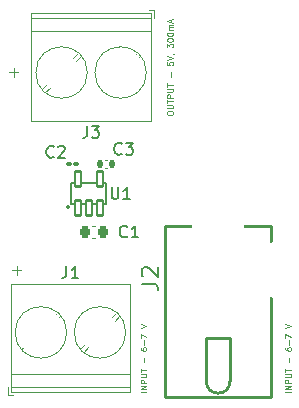
<source format=gto>
%TF.GenerationSoftware,KiCad,Pcbnew,8.0.4*%
%TF.CreationDate,2024-11-20T20:43:31-05:00*%
%TF.ProjectId,voltage_regulator_5V_ap2210,766f6c74-6167-4655-9f72-6567756c6174,rev?*%
%TF.SameCoordinates,Original*%
%TF.FileFunction,Legend,Top*%
%TF.FilePolarity,Positive*%
%FSLAX46Y46*%
G04 Gerber Fmt 4.6, Leading zero omitted, Abs format (unit mm)*
G04 Created by KiCad (PCBNEW 8.0.4) date 2024-11-20 20:43:31*
%MOMM*%
%LPD*%
G01*
G04 APERTURE LIST*
G04 Aperture macros list*
%AMRoundRect*
0 Rectangle with rounded corners*
0 $1 Rounding radius*
0 $2 $3 $4 $5 $6 $7 $8 $9 X,Y pos of 4 corners*
0 Add a 4 corners polygon primitive as box body*
4,1,4,$2,$3,$4,$5,$6,$7,$8,$9,$2,$3,0*
0 Add four circle primitives for the rounded corners*
1,1,$1+$1,$2,$3*
1,1,$1+$1,$4,$5*
1,1,$1+$1,$6,$7*
1,1,$1+$1,$8,$9*
0 Add four rect primitives between the rounded corners*
20,1,$1+$1,$2,$3,$4,$5,0*
20,1,$1+$1,$4,$5,$6,$7,0*
20,1,$1+$1,$6,$7,$8,$9,0*
20,1,$1+$1,$8,$9,$2,$3,0*%
G04 Aperture macros list end*
%ADD10C,0.100000*%
%ADD11C,0.150000*%
%ADD12C,0.120000*%
%ADD13C,0.127000*%
%ADD14C,0.254000*%
%ADD15R,2.600000X2.600000*%
%ADD16C,2.600000*%
%ADD17RoundRect,0.102000X-0.275000X-0.650000X0.275000X-0.650000X0.275000X0.650000X-0.275000X0.650000X0*%
%ADD18C,4.704000*%
%ADD19RoundRect,0.100000X0.130000X0.100000X-0.130000X0.100000X-0.130000X-0.100000X0.130000X-0.100000X0*%
%ADD20RoundRect,0.140000X-0.140000X-0.170000X0.140000X-0.170000X0.140000X0.170000X-0.140000X0.170000X0*%
%ADD21RoundRect,0.225000X0.225000X0.250000X-0.225000X0.250000X-0.225000X-0.250000X0.225000X-0.250000X0*%
G04 APERTURE END LIST*
D10*
X94553884Y-46241466D02*
X95315789Y-46241466D01*
X94934836Y-46622419D02*
X94934836Y-45860514D01*
X107933609Y-49719925D02*
X107933609Y-49624687D01*
X107933609Y-49624687D02*
X107957419Y-49577068D01*
X107957419Y-49577068D02*
X108005038Y-49529449D01*
X108005038Y-49529449D02*
X108100276Y-49505639D01*
X108100276Y-49505639D02*
X108266942Y-49505639D01*
X108266942Y-49505639D02*
X108362180Y-49529449D01*
X108362180Y-49529449D02*
X108409800Y-49577068D01*
X108409800Y-49577068D02*
X108433609Y-49624687D01*
X108433609Y-49624687D02*
X108433609Y-49719925D01*
X108433609Y-49719925D02*
X108409800Y-49767544D01*
X108409800Y-49767544D02*
X108362180Y-49815163D01*
X108362180Y-49815163D02*
X108266942Y-49838972D01*
X108266942Y-49838972D02*
X108100276Y-49838972D01*
X108100276Y-49838972D02*
X108005038Y-49815163D01*
X108005038Y-49815163D02*
X107957419Y-49767544D01*
X107957419Y-49767544D02*
X107933609Y-49719925D01*
X107933609Y-49291353D02*
X108338371Y-49291353D01*
X108338371Y-49291353D02*
X108385990Y-49267543D01*
X108385990Y-49267543D02*
X108409800Y-49243734D01*
X108409800Y-49243734D02*
X108433609Y-49196115D01*
X108433609Y-49196115D02*
X108433609Y-49100877D01*
X108433609Y-49100877D02*
X108409800Y-49053258D01*
X108409800Y-49053258D02*
X108385990Y-49029448D01*
X108385990Y-49029448D02*
X108338371Y-49005639D01*
X108338371Y-49005639D02*
X107933609Y-49005639D01*
X107933609Y-48838971D02*
X107933609Y-48553257D01*
X108433609Y-48696114D02*
X107933609Y-48696114D01*
X108433609Y-48386591D02*
X107933609Y-48386591D01*
X107933609Y-48386591D02*
X107933609Y-48196115D01*
X107933609Y-48196115D02*
X107957419Y-48148496D01*
X107957419Y-48148496D02*
X107981228Y-48124686D01*
X107981228Y-48124686D02*
X108028847Y-48100877D01*
X108028847Y-48100877D02*
X108100276Y-48100877D01*
X108100276Y-48100877D02*
X108147895Y-48124686D01*
X108147895Y-48124686D02*
X108171704Y-48148496D01*
X108171704Y-48148496D02*
X108195514Y-48196115D01*
X108195514Y-48196115D02*
X108195514Y-48386591D01*
X107933609Y-47886591D02*
X108338371Y-47886591D01*
X108338371Y-47886591D02*
X108385990Y-47862781D01*
X108385990Y-47862781D02*
X108409800Y-47838972D01*
X108409800Y-47838972D02*
X108433609Y-47791353D01*
X108433609Y-47791353D02*
X108433609Y-47696115D01*
X108433609Y-47696115D02*
X108409800Y-47648496D01*
X108409800Y-47648496D02*
X108385990Y-47624686D01*
X108385990Y-47624686D02*
X108338371Y-47600877D01*
X108338371Y-47600877D02*
X107933609Y-47600877D01*
X107933609Y-47434209D02*
X107933609Y-47148495D01*
X108433609Y-47291352D02*
X107933609Y-47291352D01*
X108243133Y-46600877D02*
X108243133Y-46219925D01*
X107933609Y-45362782D02*
X107933609Y-45600877D01*
X107933609Y-45600877D02*
X108171704Y-45624686D01*
X108171704Y-45624686D02*
X108147895Y-45600877D01*
X108147895Y-45600877D02*
X108124085Y-45553258D01*
X108124085Y-45553258D02*
X108124085Y-45434210D01*
X108124085Y-45434210D02*
X108147895Y-45386591D01*
X108147895Y-45386591D02*
X108171704Y-45362782D01*
X108171704Y-45362782D02*
X108219323Y-45338972D01*
X108219323Y-45338972D02*
X108338371Y-45338972D01*
X108338371Y-45338972D02*
X108385990Y-45362782D01*
X108385990Y-45362782D02*
X108409800Y-45386591D01*
X108409800Y-45386591D02*
X108433609Y-45434210D01*
X108433609Y-45434210D02*
X108433609Y-45553258D01*
X108433609Y-45553258D02*
X108409800Y-45600877D01*
X108409800Y-45600877D02*
X108385990Y-45624686D01*
X107933609Y-45196115D02*
X108433609Y-45029449D01*
X108433609Y-45029449D02*
X107933609Y-44862782D01*
X108409800Y-44672306D02*
X108433609Y-44672306D01*
X108433609Y-44672306D02*
X108481228Y-44696116D01*
X108481228Y-44696116D02*
X108505038Y-44719925D01*
X107933609Y-44124688D02*
X107933609Y-43815164D01*
X107933609Y-43815164D02*
X108124085Y-43981831D01*
X108124085Y-43981831D02*
X108124085Y-43910402D01*
X108124085Y-43910402D02*
X108147895Y-43862783D01*
X108147895Y-43862783D02*
X108171704Y-43838974D01*
X108171704Y-43838974D02*
X108219323Y-43815164D01*
X108219323Y-43815164D02*
X108338371Y-43815164D01*
X108338371Y-43815164D02*
X108385990Y-43838974D01*
X108385990Y-43838974D02*
X108409800Y-43862783D01*
X108409800Y-43862783D02*
X108433609Y-43910402D01*
X108433609Y-43910402D02*
X108433609Y-44053259D01*
X108433609Y-44053259D02*
X108409800Y-44100878D01*
X108409800Y-44100878D02*
X108385990Y-44124688D01*
X107933609Y-43505641D02*
X107933609Y-43458022D01*
X107933609Y-43458022D02*
X107957419Y-43410403D01*
X107957419Y-43410403D02*
X107981228Y-43386593D01*
X107981228Y-43386593D02*
X108028847Y-43362784D01*
X108028847Y-43362784D02*
X108124085Y-43338974D01*
X108124085Y-43338974D02*
X108243133Y-43338974D01*
X108243133Y-43338974D02*
X108338371Y-43362784D01*
X108338371Y-43362784D02*
X108385990Y-43386593D01*
X108385990Y-43386593D02*
X108409800Y-43410403D01*
X108409800Y-43410403D02*
X108433609Y-43458022D01*
X108433609Y-43458022D02*
X108433609Y-43505641D01*
X108433609Y-43505641D02*
X108409800Y-43553260D01*
X108409800Y-43553260D02*
X108385990Y-43577069D01*
X108385990Y-43577069D02*
X108338371Y-43600879D01*
X108338371Y-43600879D02*
X108243133Y-43624688D01*
X108243133Y-43624688D02*
X108124085Y-43624688D01*
X108124085Y-43624688D02*
X108028847Y-43600879D01*
X108028847Y-43600879D02*
X107981228Y-43577069D01*
X107981228Y-43577069D02*
X107957419Y-43553260D01*
X107957419Y-43553260D02*
X107933609Y-43505641D01*
X107933609Y-43029451D02*
X107933609Y-42981832D01*
X107933609Y-42981832D02*
X107957419Y-42934213D01*
X107957419Y-42934213D02*
X107981228Y-42910403D01*
X107981228Y-42910403D02*
X108028847Y-42886594D01*
X108028847Y-42886594D02*
X108124085Y-42862784D01*
X108124085Y-42862784D02*
X108243133Y-42862784D01*
X108243133Y-42862784D02*
X108338371Y-42886594D01*
X108338371Y-42886594D02*
X108385990Y-42910403D01*
X108385990Y-42910403D02*
X108409800Y-42934213D01*
X108409800Y-42934213D02*
X108433609Y-42981832D01*
X108433609Y-42981832D02*
X108433609Y-43029451D01*
X108433609Y-43029451D02*
X108409800Y-43077070D01*
X108409800Y-43077070D02*
X108385990Y-43100879D01*
X108385990Y-43100879D02*
X108338371Y-43124689D01*
X108338371Y-43124689D02*
X108243133Y-43148498D01*
X108243133Y-43148498D02*
X108124085Y-43148498D01*
X108124085Y-43148498D02*
X108028847Y-43124689D01*
X108028847Y-43124689D02*
X107981228Y-43100879D01*
X107981228Y-43100879D02*
X107957419Y-43077070D01*
X107957419Y-43077070D02*
X107933609Y-43029451D01*
X108433609Y-42648499D02*
X108100276Y-42648499D01*
X108147895Y-42648499D02*
X108124085Y-42624689D01*
X108124085Y-42624689D02*
X108100276Y-42577070D01*
X108100276Y-42577070D02*
X108100276Y-42505642D01*
X108100276Y-42505642D02*
X108124085Y-42458023D01*
X108124085Y-42458023D02*
X108171704Y-42434213D01*
X108171704Y-42434213D02*
X108433609Y-42434213D01*
X108171704Y-42434213D02*
X108124085Y-42410404D01*
X108124085Y-42410404D02*
X108100276Y-42362785D01*
X108100276Y-42362785D02*
X108100276Y-42291356D01*
X108100276Y-42291356D02*
X108124085Y-42243737D01*
X108124085Y-42243737D02*
X108171704Y-42219927D01*
X108171704Y-42219927D02*
X108433609Y-42219927D01*
X108290752Y-42005641D02*
X108290752Y-41767546D01*
X108433609Y-42053260D02*
X107933609Y-41886594D01*
X107933609Y-41886594D02*
X108433609Y-41719927D01*
X94803884Y-62991466D02*
X95565789Y-62991466D01*
X95184836Y-63372419D02*
X95184836Y-62610514D01*
X118433609Y-73315163D02*
X117933609Y-73315163D01*
X118433609Y-73077068D02*
X117933609Y-73077068D01*
X117933609Y-73077068D02*
X118433609Y-72791354D01*
X118433609Y-72791354D02*
X117933609Y-72791354D01*
X118433609Y-72553258D02*
X117933609Y-72553258D01*
X117933609Y-72553258D02*
X117933609Y-72362782D01*
X117933609Y-72362782D02*
X117957419Y-72315163D01*
X117957419Y-72315163D02*
X117981228Y-72291353D01*
X117981228Y-72291353D02*
X118028847Y-72267544D01*
X118028847Y-72267544D02*
X118100276Y-72267544D01*
X118100276Y-72267544D02*
X118147895Y-72291353D01*
X118147895Y-72291353D02*
X118171704Y-72315163D01*
X118171704Y-72315163D02*
X118195514Y-72362782D01*
X118195514Y-72362782D02*
X118195514Y-72553258D01*
X117933609Y-72053258D02*
X118338371Y-72053258D01*
X118338371Y-72053258D02*
X118385990Y-72029448D01*
X118385990Y-72029448D02*
X118409800Y-72005639D01*
X118409800Y-72005639D02*
X118433609Y-71958020D01*
X118433609Y-71958020D02*
X118433609Y-71862782D01*
X118433609Y-71862782D02*
X118409800Y-71815163D01*
X118409800Y-71815163D02*
X118385990Y-71791353D01*
X118385990Y-71791353D02*
X118338371Y-71767544D01*
X118338371Y-71767544D02*
X117933609Y-71767544D01*
X117933609Y-71600876D02*
X117933609Y-71315162D01*
X118433609Y-71458019D02*
X117933609Y-71458019D01*
X118243133Y-70767544D02*
X118243133Y-70386592D01*
X117933609Y-69553258D02*
X117933609Y-69648496D01*
X117933609Y-69648496D02*
X117957419Y-69696115D01*
X117957419Y-69696115D02*
X117981228Y-69719925D01*
X117981228Y-69719925D02*
X118052657Y-69767544D01*
X118052657Y-69767544D02*
X118147895Y-69791353D01*
X118147895Y-69791353D02*
X118338371Y-69791353D01*
X118338371Y-69791353D02*
X118385990Y-69767544D01*
X118385990Y-69767544D02*
X118409800Y-69743734D01*
X118409800Y-69743734D02*
X118433609Y-69696115D01*
X118433609Y-69696115D02*
X118433609Y-69600877D01*
X118433609Y-69600877D02*
X118409800Y-69553258D01*
X118409800Y-69553258D02*
X118385990Y-69529449D01*
X118385990Y-69529449D02*
X118338371Y-69505639D01*
X118338371Y-69505639D02*
X118219323Y-69505639D01*
X118219323Y-69505639D02*
X118171704Y-69529449D01*
X118171704Y-69529449D02*
X118147895Y-69553258D01*
X118147895Y-69553258D02*
X118124085Y-69600877D01*
X118124085Y-69600877D02*
X118124085Y-69696115D01*
X118124085Y-69696115D02*
X118147895Y-69743734D01*
X118147895Y-69743734D02*
X118171704Y-69767544D01*
X118171704Y-69767544D02*
X118219323Y-69791353D01*
X118243133Y-69291354D02*
X118243133Y-68910402D01*
X117933609Y-68719925D02*
X117933609Y-68386592D01*
X117933609Y-68386592D02*
X118433609Y-68600877D01*
X117933609Y-67886592D02*
X118433609Y-67719926D01*
X118433609Y-67719926D02*
X117933609Y-67553259D01*
X106183609Y-73315163D02*
X105683609Y-73315163D01*
X106183609Y-73077068D02*
X105683609Y-73077068D01*
X105683609Y-73077068D02*
X106183609Y-72791354D01*
X106183609Y-72791354D02*
X105683609Y-72791354D01*
X106183609Y-72553258D02*
X105683609Y-72553258D01*
X105683609Y-72553258D02*
X105683609Y-72362782D01*
X105683609Y-72362782D02*
X105707419Y-72315163D01*
X105707419Y-72315163D02*
X105731228Y-72291353D01*
X105731228Y-72291353D02*
X105778847Y-72267544D01*
X105778847Y-72267544D02*
X105850276Y-72267544D01*
X105850276Y-72267544D02*
X105897895Y-72291353D01*
X105897895Y-72291353D02*
X105921704Y-72315163D01*
X105921704Y-72315163D02*
X105945514Y-72362782D01*
X105945514Y-72362782D02*
X105945514Y-72553258D01*
X105683609Y-72053258D02*
X106088371Y-72053258D01*
X106088371Y-72053258D02*
X106135990Y-72029448D01*
X106135990Y-72029448D02*
X106159800Y-72005639D01*
X106159800Y-72005639D02*
X106183609Y-71958020D01*
X106183609Y-71958020D02*
X106183609Y-71862782D01*
X106183609Y-71862782D02*
X106159800Y-71815163D01*
X106159800Y-71815163D02*
X106135990Y-71791353D01*
X106135990Y-71791353D02*
X106088371Y-71767544D01*
X106088371Y-71767544D02*
X105683609Y-71767544D01*
X105683609Y-71600876D02*
X105683609Y-71315162D01*
X106183609Y-71458019D02*
X105683609Y-71458019D01*
X105993133Y-70767544D02*
X105993133Y-70386592D01*
X105683609Y-69553258D02*
X105683609Y-69648496D01*
X105683609Y-69648496D02*
X105707419Y-69696115D01*
X105707419Y-69696115D02*
X105731228Y-69719925D01*
X105731228Y-69719925D02*
X105802657Y-69767544D01*
X105802657Y-69767544D02*
X105897895Y-69791353D01*
X105897895Y-69791353D02*
X106088371Y-69791353D01*
X106088371Y-69791353D02*
X106135990Y-69767544D01*
X106135990Y-69767544D02*
X106159800Y-69743734D01*
X106159800Y-69743734D02*
X106183609Y-69696115D01*
X106183609Y-69696115D02*
X106183609Y-69600877D01*
X106183609Y-69600877D02*
X106159800Y-69553258D01*
X106159800Y-69553258D02*
X106135990Y-69529449D01*
X106135990Y-69529449D02*
X106088371Y-69505639D01*
X106088371Y-69505639D02*
X105969323Y-69505639D01*
X105969323Y-69505639D02*
X105921704Y-69529449D01*
X105921704Y-69529449D02*
X105897895Y-69553258D01*
X105897895Y-69553258D02*
X105874085Y-69600877D01*
X105874085Y-69600877D02*
X105874085Y-69696115D01*
X105874085Y-69696115D02*
X105897895Y-69743734D01*
X105897895Y-69743734D02*
X105921704Y-69767544D01*
X105921704Y-69767544D02*
X105969323Y-69791353D01*
X105993133Y-69291354D02*
X105993133Y-68910402D01*
X105683609Y-68719925D02*
X105683609Y-68386592D01*
X105683609Y-68386592D02*
X106183609Y-68600877D01*
X105683609Y-67886592D02*
X106183609Y-67719926D01*
X106183609Y-67719926D02*
X105683609Y-67553259D01*
D11*
X101166666Y-50764819D02*
X101166666Y-51479104D01*
X101166666Y-51479104D02*
X101119047Y-51621961D01*
X101119047Y-51621961D02*
X101023809Y-51717200D01*
X101023809Y-51717200D02*
X100880952Y-51764819D01*
X100880952Y-51764819D02*
X100785714Y-51764819D01*
X101547619Y-50764819D02*
X102166666Y-50764819D01*
X102166666Y-50764819D02*
X101833333Y-51145771D01*
X101833333Y-51145771D02*
X101976190Y-51145771D01*
X101976190Y-51145771D02*
X102071428Y-51193390D01*
X102071428Y-51193390D02*
X102119047Y-51241009D01*
X102119047Y-51241009D02*
X102166666Y-51336247D01*
X102166666Y-51336247D02*
X102166666Y-51574342D01*
X102166666Y-51574342D02*
X102119047Y-51669580D01*
X102119047Y-51669580D02*
X102071428Y-51717200D01*
X102071428Y-51717200D02*
X101976190Y-51764819D01*
X101976190Y-51764819D02*
X101690476Y-51764819D01*
X101690476Y-51764819D02*
X101595238Y-51717200D01*
X101595238Y-51717200D02*
X101547619Y-51669580D01*
X103238095Y-55954819D02*
X103238095Y-56764342D01*
X103238095Y-56764342D02*
X103285714Y-56859580D01*
X103285714Y-56859580D02*
X103333333Y-56907200D01*
X103333333Y-56907200D02*
X103428571Y-56954819D01*
X103428571Y-56954819D02*
X103619047Y-56954819D01*
X103619047Y-56954819D02*
X103714285Y-56907200D01*
X103714285Y-56907200D02*
X103761904Y-56859580D01*
X103761904Y-56859580D02*
X103809523Y-56764342D01*
X103809523Y-56764342D02*
X103809523Y-55954819D01*
X104809523Y-56954819D02*
X104238095Y-56954819D01*
X104523809Y-56954819D02*
X104523809Y-55954819D01*
X104523809Y-55954819D02*
X104428571Y-56097676D01*
X104428571Y-56097676D02*
X104333333Y-56192914D01*
X104333333Y-56192914D02*
X104238095Y-56240533D01*
X105778866Y-64111666D02*
X106778866Y-64111666D01*
X106778866Y-64111666D02*
X106978866Y-64178333D01*
X106978866Y-64178333D02*
X107112200Y-64311666D01*
X107112200Y-64311666D02*
X107178866Y-64511666D01*
X107178866Y-64511666D02*
X107178866Y-64645000D01*
X105912200Y-63511666D02*
X105845533Y-63444999D01*
X105845533Y-63444999D02*
X105778866Y-63311666D01*
X105778866Y-63311666D02*
X105778866Y-62978333D01*
X105778866Y-62978333D02*
X105845533Y-62844999D01*
X105845533Y-62844999D02*
X105912200Y-62778333D01*
X105912200Y-62778333D02*
X106045533Y-62711666D01*
X106045533Y-62711666D02*
X106178866Y-62711666D01*
X106178866Y-62711666D02*
X106378866Y-62778333D01*
X106378866Y-62778333D02*
X107178866Y-63578333D01*
X107178866Y-63578333D02*
X107178866Y-62711666D01*
X99416666Y-62644819D02*
X99416666Y-63359104D01*
X99416666Y-63359104D02*
X99369047Y-63501961D01*
X99369047Y-63501961D02*
X99273809Y-63597200D01*
X99273809Y-63597200D02*
X99130952Y-63644819D01*
X99130952Y-63644819D02*
X99035714Y-63644819D01*
X100416666Y-63644819D02*
X99845238Y-63644819D01*
X100130952Y-63644819D02*
X100130952Y-62644819D01*
X100130952Y-62644819D02*
X100035714Y-62787676D01*
X100035714Y-62787676D02*
X99940476Y-62882914D01*
X99940476Y-62882914D02*
X99845238Y-62930533D01*
X98333333Y-53359580D02*
X98285714Y-53407200D01*
X98285714Y-53407200D02*
X98142857Y-53454819D01*
X98142857Y-53454819D02*
X98047619Y-53454819D01*
X98047619Y-53454819D02*
X97904762Y-53407200D01*
X97904762Y-53407200D02*
X97809524Y-53311961D01*
X97809524Y-53311961D02*
X97761905Y-53216723D01*
X97761905Y-53216723D02*
X97714286Y-53026247D01*
X97714286Y-53026247D02*
X97714286Y-52883390D01*
X97714286Y-52883390D02*
X97761905Y-52692914D01*
X97761905Y-52692914D02*
X97809524Y-52597676D01*
X97809524Y-52597676D02*
X97904762Y-52502438D01*
X97904762Y-52502438D02*
X98047619Y-52454819D01*
X98047619Y-52454819D02*
X98142857Y-52454819D01*
X98142857Y-52454819D02*
X98285714Y-52502438D01*
X98285714Y-52502438D02*
X98333333Y-52550057D01*
X98714286Y-52550057D02*
X98761905Y-52502438D01*
X98761905Y-52502438D02*
X98857143Y-52454819D01*
X98857143Y-52454819D02*
X99095238Y-52454819D01*
X99095238Y-52454819D02*
X99190476Y-52502438D01*
X99190476Y-52502438D02*
X99238095Y-52550057D01*
X99238095Y-52550057D02*
X99285714Y-52645295D01*
X99285714Y-52645295D02*
X99285714Y-52740533D01*
X99285714Y-52740533D02*
X99238095Y-52883390D01*
X99238095Y-52883390D02*
X98666667Y-53454819D01*
X98666667Y-53454819D02*
X99285714Y-53454819D01*
X104083333Y-53109580D02*
X104035714Y-53157200D01*
X104035714Y-53157200D02*
X103892857Y-53204819D01*
X103892857Y-53204819D02*
X103797619Y-53204819D01*
X103797619Y-53204819D02*
X103654762Y-53157200D01*
X103654762Y-53157200D02*
X103559524Y-53061961D01*
X103559524Y-53061961D02*
X103511905Y-52966723D01*
X103511905Y-52966723D02*
X103464286Y-52776247D01*
X103464286Y-52776247D02*
X103464286Y-52633390D01*
X103464286Y-52633390D02*
X103511905Y-52442914D01*
X103511905Y-52442914D02*
X103559524Y-52347676D01*
X103559524Y-52347676D02*
X103654762Y-52252438D01*
X103654762Y-52252438D02*
X103797619Y-52204819D01*
X103797619Y-52204819D02*
X103892857Y-52204819D01*
X103892857Y-52204819D02*
X104035714Y-52252438D01*
X104035714Y-52252438D02*
X104083333Y-52300057D01*
X104416667Y-52204819D02*
X105035714Y-52204819D01*
X105035714Y-52204819D02*
X104702381Y-52585771D01*
X104702381Y-52585771D02*
X104845238Y-52585771D01*
X104845238Y-52585771D02*
X104940476Y-52633390D01*
X104940476Y-52633390D02*
X104988095Y-52681009D01*
X104988095Y-52681009D02*
X105035714Y-52776247D01*
X105035714Y-52776247D02*
X105035714Y-53014342D01*
X105035714Y-53014342D02*
X104988095Y-53109580D01*
X104988095Y-53109580D02*
X104940476Y-53157200D01*
X104940476Y-53157200D02*
X104845238Y-53204819D01*
X104845238Y-53204819D02*
X104559524Y-53204819D01*
X104559524Y-53204819D02*
X104464286Y-53157200D01*
X104464286Y-53157200D02*
X104416667Y-53109580D01*
X104558333Y-60109580D02*
X104510714Y-60157200D01*
X104510714Y-60157200D02*
X104367857Y-60204819D01*
X104367857Y-60204819D02*
X104272619Y-60204819D01*
X104272619Y-60204819D02*
X104129762Y-60157200D01*
X104129762Y-60157200D02*
X104034524Y-60061961D01*
X104034524Y-60061961D02*
X103986905Y-59966723D01*
X103986905Y-59966723D02*
X103939286Y-59776247D01*
X103939286Y-59776247D02*
X103939286Y-59633390D01*
X103939286Y-59633390D02*
X103986905Y-59442914D01*
X103986905Y-59442914D02*
X104034524Y-59347676D01*
X104034524Y-59347676D02*
X104129762Y-59252438D01*
X104129762Y-59252438D02*
X104272619Y-59204819D01*
X104272619Y-59204819D02*
X104367857Y-59204819D01*
X104367857Y-59204819D02*
X104510714Y-59252438D01*
X104510714Y-59252438D02*
X104558333Y-59300057D01*
X105510714Y-60204819D02*
X104939286Y-60204819D01*
X105225000Y-60204819D02*
X105225000Y-59204819D01*
X105225000Y-59204819D02*
X105129762Y-59347676D01*
X105129762Y-59347676D02*
X105034524Y-59442914D01*
X105034524Y-59442914D02*
X104939286Y-59490533D01*
D12*
%TO.C,J3*%
X96440000Y-50310000D02*
X96440000Y-41190000D01*
X97346000Y-47638000D02*
X97741000Y-47242000D01*
X97612000Y-47904000D02*
X97992000Y-47524000D01*
X100007000Y-44976000D02*
X100387000Y-44596000D01*
X100258000Y-45258000D02*
X100653000Y-44862000D01*
X102346000Y-47638000D02*
X102453000Y-47531000D01*
X102612000Y-47904000D02*
X102719000Y-47797000D01*
X105282000Y-44703000D02*
X105388000Y-44596000D01*
X105548000Y-44969000D02*
X105654000Y-44862000D01*
X106560000Y-41190000D02*
X96440000Y-41190000D01*
X106560000Y-41650000D02*
X96440000Y-41650000D01*
X106560000Y-42750000D02*
X96440000Y-42750000D01*
X106560000Y-50310000D02*
X96440000Y-50310000D01*
X106560000Y-50310000D02*
X106560000Y-41190000D01*
X106800000Y-40950000D02*
X106400000Y-40950000D01*
X106800000Y-41590000D02*
X106800000Y-40950000D01*
X101180000Y-46250000D02*
G75*
G02*
X96820000Y-46250000I-2180000J0D01*
G01*
X96820000Y-46250000D02*
G75*
G02*
X101180000Y-46250000I2180000J0D01*
G01*
X106180000Y-46250000D02*
G75*
G02*
X101820000Y-46250000I-2180000J0D01*
G01*
X101820000Y-46250000D02*
G75*
G02*
X106180000Y-46250000I2180000J0D01*
G01*
D13*
%TO.C,U1*%
X99800000Y-55630000D02*
X99800000Y-57370000D01*
X99800000Y-57370000D02*
X102800000Y-57370000D01*
X102800000Y-55630000D02*
X99800000Y-55630000D01*
X102800000Y-57370000D02*
X102800000Y-55630000D01*
X99682000Y-57615000D02*
G75*
G02*
X99428000Y-57615000I-127000J0D01*
G01*
X99428000Y-57615000D02*
G75*
G02*
X99682000Y-57615000I127000J0D01*
G01*
D14*
%TO.C,J2*%
X107750000Y-59200000D02*
X107750000Y-73700000D01*
X107750000Y-73700000D02*
X116750000Y-73700000D01*
X111250000Y-68700000D02*
X111250000Y-72400000D01*
X113250000Y-68700000D02*
X111250000Y-68700000D01*
X113250000Y-68700000D02*
X113250000Y-72400000D01*
X116750000Y-59200000D02*
X107750000Y-59200000D01*
X116750000Y-73700000D02*
X116750000Y-59200000D01*
X113250000Y-72400000D02*
G75*
G02*
X111250000Y-72400000I-1000000J0D01*
G01*
D12*
%TO.C,J1*%
X94450000Y-72910000D02*
X94450000Y-73550000D01*
X94450000Y-73550000D02*
X94850000Y-73550000D01*
X94690000Y-64190000D02*
X94690000Y-73310000D01*
X94690000Y-64190000D02*
X104810000Y-64190000D01*
X94690000Y-71750000D02*
X104810000Y-71750000D01*
X94690000Y-72850000D02*
X104810000Y-72850000D01*
X94690000Y-73310000D02*
X104810000Y-73310000D01*
X95702000Y-69531000D02*
X95596000Y-69638000D01*
X95968000Y-69797000D02*
X95862000Y-69904000D01*
X98638000Y-66596000D02*
X98531000Y-66703000D01*
X98904000Y-66862000D02*
X98797000Y-66969000D01*
X100992000Y-69242000D02*
X100597000Y-69638000D01*
X101243000Y-69524000D02*
X100863000Y-69904000D01*
X103638000Y-66596000D02*
X103258000Y-66976000D01*
X103904000Y-66862000D02*
X103509000Y-67258000D01*
X104810000Y-64190000D02*
X104810000Y-73310000D01*
X99430000Y-68250000D02*
G75*
G02*
X95070000Y-68250000I-2180000J0D01*
G01*
X95070000Y-68250000D02*
G75*
G02*
X99430000Y-68250000I2180000J0D01*
G01*
X104430000Y-68250000D02*
G75*
G02*
X100070000Y-68250000I-2180000J0D01*
G01*
X100070000Y-68250000D02*
G75*
G02*
X104430000Y-68250000I2180000J0D01*
G01*
%TO.C,C3*%
X102642164Y-53640000D02*
X102857836Y-53640000D01*
X102642164Y-54360000D02*
X102857836Y-54360000D01*
%TO.C,C1*%
X101865580Y-59240000D02*
X101584420Y-59240000D01*
X101865580Y-60260000D02*
X101584420Y-60260000D01*
%TD*%
%LPC*%
D15*
%TO.C,J3*%
X104000000Y-46250000D03*
D16*
X99000000Y-46250000D03*
%TD*%
D17*
%TO.C,U1*%
X100350000Y-57750000D03*
X101300000Y-57750000D03*
X102250000Y-57750000D03*
X102250000Y-55250000D03*
X100350000Y-55250000D03*
%TD*%
D18*
%TO.C,J2*%
X112250000Y-60000000D03*
X112250000Y-66000000D03*
X116950000Y-63000000D03*
%TD*%
D15*
%TO.C,J1*%
X97250000Y-68250000D03*
D16*
X102250000Y-68250000D03*
%TD*%
D19*
%TO.C,C2*%
X100250000Y-54000000D03*
X99610000Y-54000000D03*
%TD*%
D20*
%TO.C,C3*%
X102270000Y-54000000D03*
X103230000Y-54000000D03*
%TD*%
D21*
%TO.C,C1*%
X102500000Y-59750000D03*
X100950000Y-59750000D03*
%TD*%
%LPD*%
M02*

</source>
